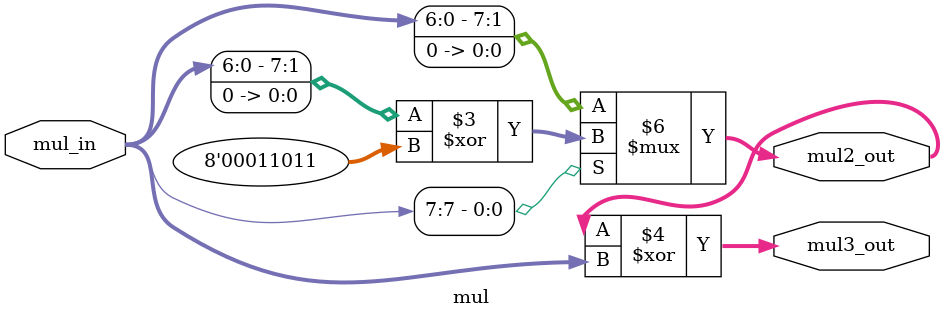
<source format=v>
module mul(
  input wire [7:0] mul_in,
  output reg [7:0] mul2_out,
  output wire [7:0] mul3_out
);
  always@(*)	begin 
    if(mul_in[7]==1)	begin
      mul2_out={mul_in[6:0],1'b0}^8'b0001_1011;
    end
    else begin
      mul2_out={mul_in[6:0],1'b0};
    end
  end
  assign mul3_out= mul2_out^mul_in;
endmodule
</source>
